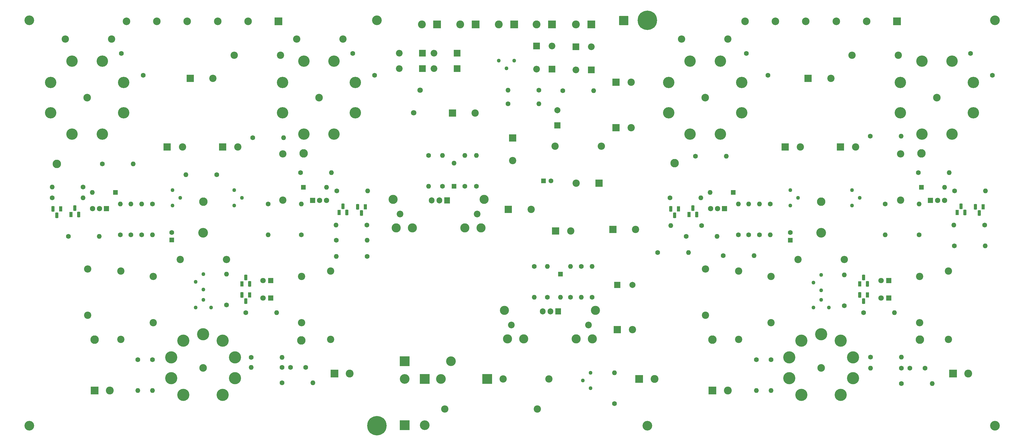
<source format=gbr>
G04 #@! TF.GenerationSoftware,KiCad,Pcbnew,(6.0.0-0)*
G04 #@! TF.CreationDate,2022-01-14T21:42:04+00:00*
G04 #@! TF.ProjectId,BabyHuey,42616279-4875-4657-992e-6b696361645f,1*
G04 #@! TF.SameCoordinates,Original*
G04 #@! TF.FileFunction,Soldermask,Bot*
G04 #@! TF.FilePolarity,Negative*
%FSLAX46Y46*%
G04 Gerber Fmt 4.6, Leading zero omitted, Abs format (unit mm)*
G04 Created by KiCad (PCBNEW (6.0.0-0)) date 2022-01-14 21:42:04*
%MOMM*%
%LPD*%
G01*
G04 APERTURE LIST*
G04 Aperture macros list*
%AMRoundRect*
0 Rectangle with rounded corners*
0 $1 Rounding radius*
0 $2 $3 $4 $5 $6 $7 $8 $9 X,Y pos of 4 corners*
0 Add a 4 corners polygon primitive as box body*
4,1,4,$2,$3,$4,$5,$6,$7,$8,$9,$2,$3,0*
0 Add four circle primitives for the rounded corners*
1,1,$1+$1,$2,$3*
1,1,$1+$1,$4,$5*
1,1,$1+$1,$6,$7*
1,1,$1+$1,$8,$9*
0 Add four rect primitives between the rounded corners*
20,1,$1+$1,$2,$3,$4,$5,0*
20,1,$1+$1,$4,$5,$6,$7,0*
20,1,$1+$1,$6,$7,$8,$9,0*
20,1,$1+$1,$8,$9,$2,$3,0*%
%AMHorizOval*
0 Thick line with rounded ends*
0 $1 width*
0 $2 $3 position (X,Y) of the first rounded end (center of the circle)*
0 $4 $5 position (X,Y) of the second rounded end (center of the circle)*
0 Add line between two ends*
20,1,$1,$2,$3,$4,$5,0*
0 Add two circle primitives to create the rounded ends*
1,1,$1,$2,$3*
1,1,$1,$4,$5*%
G04 Aperture macros list end*
%ADD10C,1.600000*%
%ADD11R,1.800000X1.800000*%
%ADD12C,1.800000*%
%ADD13RoundRect,0.249999X-1.300001X-1.300001X1.300001X-1.300001X1.300001X1.300001X-1.300001X1.300001X0*%
%ADD14C,3.200000*%
%ADD15C,6.400000*%
%ADD16C,0.800000*%
%ADD17R,1.717500X1.800000*%
%ADD18O,1.717500X1.800000*%
%ADD19C,1.260000*%
%ADD20C,2.800000*%
%ADD21R,1.100000X1.800000*%
%ADD22RoundRect,0.275000X0.275000X0.625000X-0.275000X0.625000X-0.275000X-0.625000X0.275000X-0.625000X0*%
%ADD23RoundRect,0.275000X-0.275000X-0.625000X0.275000X-0.625000X0.275000X0.625000X-0.275000X0.625000X0*%
%ADD24R,2.400000X2.400000*%
%ADD25C,2.400000*%
%ADD26R,3.200000X3.200000*%
%ADD27O,3.200000X3.200000*%
%ADD28R,2.600000X2.600000*%
%ADD29C,2.600000*%
%ADD30R,2.500000X2.500000*%
%ADD31C,2.500000*%
%ADD32R,2.200000X2.200000*%
%ADD33O,2.200000X2.200000*%
%ADD34O,1.600000X1.600000*%
%ADD35O,2.400000X2.400000*%
%ADD36HorizOval,1.600000X0.000000X0.000000X0.000000X0.000000X0*%
%ADD37C,3.000000*%
%ADD38C,2.200000*%
%ADD39R,1.600000X1.600000*%
%ADD40R,2.000000X2.000000*%
%ADD41C,2.000000*%
%ADD42R,1.905000X2.000000*%
%ADD43O,1.905000X2.000000*%
%ADD44C,4.000000*%
%ADD45O,3.750000X3.750000*%
G04 APERTURE END LIST*
D10*
X136652000Y-171450000D03*
X141652000Y-171450000D03*
D11*
X130175000Y-142875000D03*
D12*
X127635000Y-142875000D03*
D13*
X246380000Y-57150000D03*
D14*
X368650000Y-190670000D03*
X368650000Y-57110000D03*
X311410000Y-127070000D03*
X165130000Y-57110000D03*
X254170000Y-190670000D03*
X50650000Y-190670000D03*
X107890000Y-127070000D03*
X50650000Y-57110000D03*
D15*
X165130000Y-190670000D03*
D16*
X163432944Y-188972944D03*
X165130000Y-193070000D03*
X166827056Y-188972944D03*
X165130000Y-188270000D03*
X163432944Y-192367056D03*
X167530000Y-190670000D03*
X162730000Y-190670000D03*
X166827056Y-192367056D03*
X256570000Y-57110000D03*
X255867056Y-55412944D03*
X252472944Y-55412944D03*
X251770000Y-57110000D03*
X255867056Y-58807056D03*
X254170000Y-59510000D03*
D15*
X254170000Y-57110000D03*
D16*
X254170000Y-54710000D03*
X252472944Y-58807056D03*
D17*
X143946500Y-116395500D03*
D18*
X146236500Y-116395500D03*
X148526500Y-116395500D03*
D19*
X105410000Y-151765000D03*
X107950000Y-149225000D03*
X110490000Y-151765000D03*
D20*
X344490000Y-100965000D03*
X311470000Y-116840000D03*
X263210000Y-104140000D03*
X343916000Y-162306000D03*
X275656000Y-162306000D03*
D19*
X321630000Y-113030000D03*
X324170000Y-115570000D03*
X321630000Y-118110000D03*
X301310000Y-113030000D03*
X303850000Y-115570000D03*
X301310000Y-118110000D03*
X308930000Y-151765000D03*
X311470000Y-149225000D03*
X314010000Y-151765000D03*
D17*
X347466500Y-116395500D03*
D18*
X349756500Y-116395500D03*
X352046500Y-116395500D03*
D21*
X364810000Y-118535500D03*
D22*
X363540000Y-120605500D03*
X362270000Y-118535500D03*
D21*
X267909000Y-121050000D03*
D23*
X269179000Y-118980000D03*
X270449000Y-121050000D03*
D17*
X279593000Y-119126000D03*
D18*
X277303000Y-119126000D03*
X275013000Y-119126000D03*
D21*
X356237500Y-120415000D03*
D23*
X357507500Y-118345000D03*
X358777500Y-120415000D03*
D21*
X264480000Y-119234000D03*
D22*
X263210000Y-121304000D03*
X261940000Y-119234000D03*
D21*
X324170000Y-143910000D03*
D23*
X325440000Y-141840000D03*
X326710000Y-143910000D03*
D21*
X326710000Y-147555000D03*
D22*
X325440000Y-149625000D03*
X324170000Y-147555000D03*
D11*
X333695000Y-142875000D03*
D12*
X331155000Y-142875000D03*
D11*
X333695000Y-148590000D03*
D12*
X331155000Y-148590000D03*
D24*
X307152000Y-76200000D03*
D25*
X314652000Y-76200000D03*
D10*
X340614000Y-171704000D03*
X345614000Y-171704000D03*
D26*
X174244000Y-169418000D03*
D27*
X189484000Y-169418000D03*
D26*
X201422000Y-175260000D03*
D27*
X186182000Y-175260000D03*
D26*
X174244000Y-190500000D03*
D27*
X174244000Y-175260000D03*
D26*
X180848000Y-175260000D03*
D27*
X180848000Y-190500000D03*
D25*
X221742000Y-175260000D03*
X206742000Y-175260000D03*
D20*
X140970000Y-100965000D03*
X107950000Y-116840000D03*
X59690000Y-104394000D03*
D21*
X152717500Y-120415000D03*
D23*
X153987500Y-118345000D03*
X155257500Y-120415000D03*
D28*
X184992000Y-58420000D03*
D29*
X179992000Y-58420000D03*
D28*
X235712000Y-58420000D03*
D29*
X230712000Y-58420000D03*
D28*
X197612000Y-58420000D03*
D29*
X192612000Y-58420000D03*
D28*
X210312000Y-58420000D03*
D29*
X205312000Y-58420000D03*
D28*
X222758000Y-58420000D03*
D29*
X217758000Y-58420000D03*
D28*
X72136000Y-179078000D03*
D29*
X77136000Y-179078000D03*
D28*
X151130000Y-173490000D03*
D29*
X156130000Y-173490000D03*
D28*
X354878000Y-173490000D03*
D29*
X359878000Y-173490000D03*
D30*
X132696000Y-57404000D03*
D31*
X122696000Y-57404000D03*
X112696000Y-57404000D03*
X102696000Y-57404000D03*
X92696000Y-57404000D03*
X82696000Y-57404000D03*
D30*
X336404000Y-57404000D03*
D31*
X326404000Y-57404000D03*
X316404000Y-57404000D03*
X306404000Y-57404000D03*
X296404000Y-57404000D03*
X286404000Y-57404000D03*
D32*
X230632000Y-65786000D03*
D33*
X230632000Y-73406000D03*
D10*
X208280000Y-84582000D03*
D34*
X218440000Y-84582000D03*
D10*
X218440000Y-80137000D03*
D34*
X208280000Y-80137000D03*
D10*
X133858000Y-176530000D03*
D34*
X144018000Y-176530000D03*
D10*
X133858000Y-171450000D03*
D34*
X123698000Y-171450000D03*
D10*
X91186000Y-168910000D03*
D34*
X91186000Y-179070000D03*
D10*
X151765000Y-129540000D03*
D34*
X161925000Y-129540000D03*
D10*
X161798000Y-124587000D03*
D34*
X151638000Y-124587000D03*
D10*
X151892000Y-113284000D03*
D34*
X162052000Y-113284000D03*
D25*
X100330000Y-135890000D03*
D35*
X115570000Y-135890000D03*
D10*
X88174103Y-75220103D03*
D36*
X80989898Y-68035898D03*
D10*
X164374103Y-75220000D03*
D36*
X157189898Y-68035795D03*
D10*
X74676000Y-104394000D03*
D34*
X84836000Y-104394000D03*
D10*
X124206000Y-95758000D03*
D34*
X134366000Y-95758000D03*
D25*
X77724000Y-63246000D03*
D35*
X62484000Y-63246000D03*
D25*
X133350000Y-68580000D03*
D35*
X118110000Y-68580000D03*
D10*
X337820000Y-176784000D03*
D34*
X347980000Y-176784000D03*
D10*
X319090000Y-151130000D03*
D34*
X319090000Y-140970000D03*
D10*
X290068000Y-168910000D03*
D34*
X290068000Y-179070000D03*
D10*
X337820000Y-171704000D03*
D34*
X327660000Y-171704000D03*
D10*
X325440000Y-153416000D03*
D34*
X335600000Y-153416000D03*
D10*
X294894000Y-168910000D03*
D34*
X294894000Y-179070000D03*
D10*
X327660000Y-168084500D03*
D34*
X337820000Y-168084500D03*
D25*
X294960000Y-156718000D03*
D35*
X294960000Y-141478000D03*
D25*
X343855000Y-141478000D03*
D35*
X343855000Y-156718000D03*
D10*
X291150000Y-127762000D03*
D34*
X291150000Y-117602000D03*
D10*
X294640000Y-117602000D03*
D34*
X294640000Y-127762000D03*
D10*
X287594000Y-127762000D03*
D34*
X287594000Y-117602000D03*
D10*
X332486000Y-117602000D03*
D34*
X332486000Y-127762000D03*
D10*
X343474000Y-107315000D03*
D34*
X353634000Y-107315000D03*
D10*
X267020000Y-128270000D03*
D34*
X277180000Y-128270000D03*
D10*
X355285000Y-131445000D03*
D34*
X365445000Y-131445000D03*
D10*
X284165000Y-127762000D03*
D34*
X284165000Y-117602000D03*
D10*
X343728000Y-127762000D03*
D34*
X343728000Y-117602000D03*
D10*
X261686000Y-115570000D03*
D34*
X271846000Y-115570000D03*
D10*
X365318000Y-124587000D03*
D34*
X355158000Y-124587000D03*
D10*
X272034000Y-124714000D03*
D34*
X261874000Y-124714000D03*
D10*
X355412000Y-113284000D03*
D34*
X365572000Y-113284000D03*
D25*
X303850000Y-135890000D03*
D35*
X319090000Y-135890000D03*
D25*
X273370000Y-154305000D03*
D35*
X273370000Y-139065000D03*
D25*
X337566000Y-116332000D03*
D35*
X337566000Y-101092000D03*
D10*
X293950205Y-75220000D03*
D36*
X286766000Y-68035795D03*
D10*
X367828103Y-75220000D03*
D36*
X360643898Y-68035795D03*
D10*
X270002000Y-101854000D03*
D34*
X280162000Y-101854000D03*
D10*
X327599000Y-95250000D03*
D34*
X337759000Y-95250000D03*
D25*
X336870000Y-68580000D03*
D35*
X321630000Y-68580000D03*
D10*
X58166000Y-115570000D03*
D34*
X68326000Y-115570000D03*
D10*
X80645000Y-127762000D03*
D34*
X80645000Y-117602000D03*
D10*
X87630000Y-127762000D03*
D34*
X87630000Y-117602000D03*
D21*
X64389000Y-121050000D03*
D23*
X65659000Y-118980000D03*
X66929000Y-121050000D03*
D21*
X60960000Y-119234000D03*
D22*
X59690000Y-121304000D03*
X58420000Y-119234000D03*
D19*
X97790000Y-113030000D03*
X100330000Y-115570000D03*
X97790000Y-118110000D03*
D10*
X68326000Y-112014000D03*
D34*
X58166000Y-112014000D03*
D32*
X180086000Y-67945000D03*
D33*
X172466000Y-67945000D03*
D32*
X180086000Y-73025000D03*
D33*
X172466000Y-73025000D03*
D32*
X191516000Y-73025000D03*
D33*
X183896000Y-73025000D03*
D32*
X191516000Y-67945000D03*
D33*
X183896000Y-67945000D03*
D25*
X153924000Y-63246000D03*
D35*
X138684000Y-63246000D03*
D37*
X200406000Y-116078000D03*
X170434000Y-116078000D03*
X176784000Y-125476000D03*
D38*
X198120000Y-120904000D03*
D37*
X199390000Y-125476000D03*
X171450000Y-125476000D03*
X194056000Y-125476000D03*
D38*
X172720000Y-120904000D03*
D12*
X177283000Y-87570000D03*
X179333000Y-80070000D03*
D24*
X189992000Y-87630000D03*
D25*
X197492000Y-87630000D03*
D24*
X208400000Y-119380000D03*
D25*
X215900000Y-119380000D03*
D24*
X244310041Y-159004000D03*
D25*
X249310041Y-159004000D03*
X353380000Y-139700000D03*
X353380000Y-162200000D03*
X284292000Y-139700000D03*
X284292000Y-162200000D03*
D24*
X299612000Y-98806000D03*
D25*
X304612000Y-98806000D03*
D24*
X317820000Y-98806000D03*
D25*
X322820000Y-98806000D03*
D39*
X140906500Y-112077500D03*
D34*
X148526500Y-112077500D03*
D39*
X282514000Y-113792000D03*
D34*
X274894000Y-113792000D03*
D39*
X344426500Y-112077500D03*
D34*
X352046500Y-112077500D03*
D25*
X217932000Y-185166000D03*
D35*
X187452000Y-185166000D03*
D24*
X238252000Y-110744000D03*
D25*
X230752000Y-110744000D03*
D24*
X242824000Y-125984000D03*
D25*
X250324000Y-125984000D03*
D24*
X243840000Y-92456000D03*
D25*
X248840000Y-92456000D03*
D24*
X243840000Y-77470000D03*
D25*
X248840000Y-77470000D03*
D40*
X224536000Y-91694000D03*
D41*
X224536000Y-86694000D03*
D10*
X194056000Y-111760000D03*
D34*
X194056000Y-101600000D03*
D10*
X197866000Y-111760000D03*
D34*
X197866000Y-101600000D03*
D10*
X186690000Y-111760000D03*
D34*
X186690000Y-101600000D03*
D42*
X188214000Y-116459000D03*
D43*
X185674000Y-116459000D03*
X183134000Y-116459000D03*
D10*
X139954000Y-107315000D03*
D34*
X150114000Y-107315000D03*
D25*
X80772000Y-139700000D03*
X80772000Y-162200000D03*
X149860000Y-139700000D03*
X149860000Y-162200000D03*
D39*
X190500000Y-111760000D03*
D34*
X190500000Y-104140000D03*
D25*
X69850000Y-154305000D03*
D35*
X69850000Y-139065000D03*
D11*
X130175000Y-148590000D03*
D12*
X127635000Y-148590000D03*
D10*
X123698000Y-168148000D03*
D34*
X133858000Y-168148000D03*
D21*
X120650000Y-143910000D03*
D23*
X121920000Y-141840000D03*
X123190000Y-143910000D03*
D10*
X121920000Y-153416000D03*
D34*
X132080000Y-153416000D03*
D21*
X123190000Y-147555000D03*
D22*
X121920000Y-149625000D03*
X120650000Y-147555000D03*
D25*
X91440000Y-156718000D03*
D35*
X91440000Y-141478000D03*
D20*
X72136000Y-162306000D03*
D10*
X112395000Y-107950000D03*
D34*
X102235000Y-107950000D03*
D10*
X161925000Y-134874000D03*
D34*
X151765000Y-134874000D03*
D10*
X279146000Y-134620000D03*
D34*
X289306000Y-134620000D03*
D10*
X257556000Y-133604000D03*
D34*
X267716000Y-133604000D03*
D32*
X235712000Y-73406000D03*
D33*
X235712000Y-65786000D03*
D10*
X84074000Y-127762000D03*
D34*
X84074000Y-117602000D03*
D24*
X96092000Y-98806000D03*
D25*
X101092000Y-98806000D03*
D10*
X63500000Y-128270000D03*
D34*
X73660000Y-128270000D03*
D17*
X76073000Y-119126000D03*
D18*
X73783000Y-119126000D03*
X71493000Y-119126000D03*
D32*
X217678000Y-65532000D03*
D33*
X217678000Y-73152000D03*
D21*
X161290000Y-118535500D03*
D22*
X160020000Y-120605500D03*
X158750000Y-118535500D03*
D39*
X97536000Y-129475112D03*
D10*
X97536000Y-126975112D03*
D24*
X114300000Y-98806000D03*
D25*
X119300000Y-98806000D03*
D24*
X103632000Y-76200000D03*
D25*
X111132000Y-76200000D03*
D24*
X223990041Y-126492000D03*
D25*
X228990041Y-126492000D03*
D10*
X182118000Y-101600000D03*
D34*
X182118000Y-111760000D03*
D32*
X222758000Y-73152000D03*
D33*
X222758000Y-65532000D03*
D39*
X219964000Y-109982000D03*
D10*
X222464000Y-109982000D03*
X226314000Y-80264000D03*
D34*
X236474000Y-80264000D03*
D24*
X209804000Y-95836220D03*
D25*
X209804000Y-103336220D03*
D39*
X225552000Y-140716000D03*
D34*
X225552000Y-148336000D03*
D10*
X235966000Y-148336000D03*
D34*
X235966000Y-138176000D03*
D10*
X216916000Y-138176000D03*
D34*
X216916000Y-148336000D03*
D10*
X228854000Y-148336000D03*
D34*
X228854000Y-138176000D03*
D10*
X232410000Y-138176000D03*
D34*
X232410000Y-148336000D03*
D10*
X221234000Y-148336000D03*
D34*
X221234000Y-138176000D03*
D42*
X224790000Y-153035000D03*
D43*
X222250000Y-153035000D03*
X219710000Y-153035000D03*
D40*
X244266323Y-144272000D03*
D41*
X249266323Y-144272000D03*
D37*
X237109000Y-152654000D03*
D38*
X209423000Y-157480000D03*
D37*
X208153000Y-162052000D03*
X236093000Y-162052000D03*
X207137000Y-152654000D03*
X213487000Y-162052000D03*
D38*
X234823000Y-157480000D03*
D37*
X230759000Y-162052000D03*
D10*
X140208000Y-127762000D03*
D34*
X140208000Y-117602000D03*
D10*
X91186000Y-117602000D03*
D34*
X91186000Y-127762000D03*
D25*
X134112000Y-116332000D03*
D35*
X134112000Y-101092000D03*
D10*
X129286000Y-117602000D03*
D34*
X129286000Y-127762000D03*
D25*
X140335000Y-141478000D03*
D35*
X140335000Y-156718000D03*
D20*
X140208000Y-162560000D03*
D19*
X118110000Y-113030000D03*
X120650000Y-115570000D03*
X118110000Y-118110000D03*
D39*
X78994000Y-113792000D03*
D34*
X71374000Y-113792000D03*
D10*
X115570000Y-150876000D03*
D34*
X115570000Y-140716000D03*
D19*
X235458000Y-178308000D03*
X232918000Y-175768000D03*
X235458000Y-173228000D03*
D28*
X251540000Y-175268000D03*
D29*
X256540000Y-175268000D03*
D10*
X243332000Y-183388000D03*
D34*
X243332000Y-173228000D03*
D10*
X86360000Y-168910000D03*
D34*
X86360000Y-179070000D03*
D28*
X275670000Y-179078000D03*
D29*
X280670000Y-179078000D03*
D25*
X280670000Y-63246000D03*
D35*
X265430000Y-63246000D03*
D25*
X223774000Y-98552000D03*
D35*
X239014000Y-98552000D03*
D39*
X301244000Y-129540000D03*
D10*
X301244000Y-127040000D03*
D19*
X107950000Y-145781000D03*
X105410000Y-143241000D03*
X107950000Y-140701000D03*
X210312000Y-70358000D03*
X207772000Y-72898000D03*
X205232000Y-70358000D03*
X311404000Y-146035000D03*
X308864000Y-143495000D03*
X311404000Y-140955000D03*
D31*
X107890000Y-171590000D03*
D44*
X101401000Y-180521800D03*
X97390000Y-175001700D03*
X97390000Y-168178300D03*
X101400600Y-162658200D03*
X107890000Y-160549600D03*
X114379400Y-162658200D03*
X118390000Y-168178300D03*
X118390000Y-175001700D03*
X114379400Y-180521800D03*
D31*
X69730000Y-82550000D03*
D45*
X64755116Y-94560433D03*
X57719567Y-87524884D03*
X57719567Y-77575116D03*
X64755116Y-70539567D03*
X74704884Y-70539567D03*
X81740433Y-77575116D03*
X81740433Y-87524884D03*
X74704884Y-94560433D03*
D31*
X146050000Y-82550000D03*
D45*
X141075116Y-94560433D03*
X134039567Y-87524884D03*
X134039567Y-77575116D03*
X141075116Y-70539567D03*
X151024884Y-70539567D03*
X158060433Y-77575116D03*
X158060433Y-87524884D03*
X151024884Y-94560433D03*
D31*
X311410000Y-171590000D03*
D44*
X304921000Y-180521800D03*
X300910000Y-175001700D03*
X300910000Y-168178300D03*
X304920600Y-162658200D03*
X311410000Y-160549600D03*
X317899400Y-162658200D03*
X321910000Y-168178300D03*
X321910000Y-175001700D03*
X317899400Y-180521800D03*
D31*
X349570000Y-82550000D03*
D45*
X344595116Y-94560433D03*
X337559567Y-87524884D03*
X337559567Y-77575116D03*
X344595116Y-70539567D03*
X354544884Y-70539567D03*
X361580433Y-77575116D03*
X361580433Y-87524884D03*
X354544884Y-94560433D03*
D31*
X273250000Y-82550000D03*
D45*
X268275116Y-94560433D03*
X261239567Y-87524884D03*
X261239567Y-77575116D03*
X268275116Y-70539567D03*
X278224884Y-70539567D03*
X285260433Y-77575116D03*
X285260433Y-87524884D03*
X278224884Y-94560433D03*
M02*

</source>
